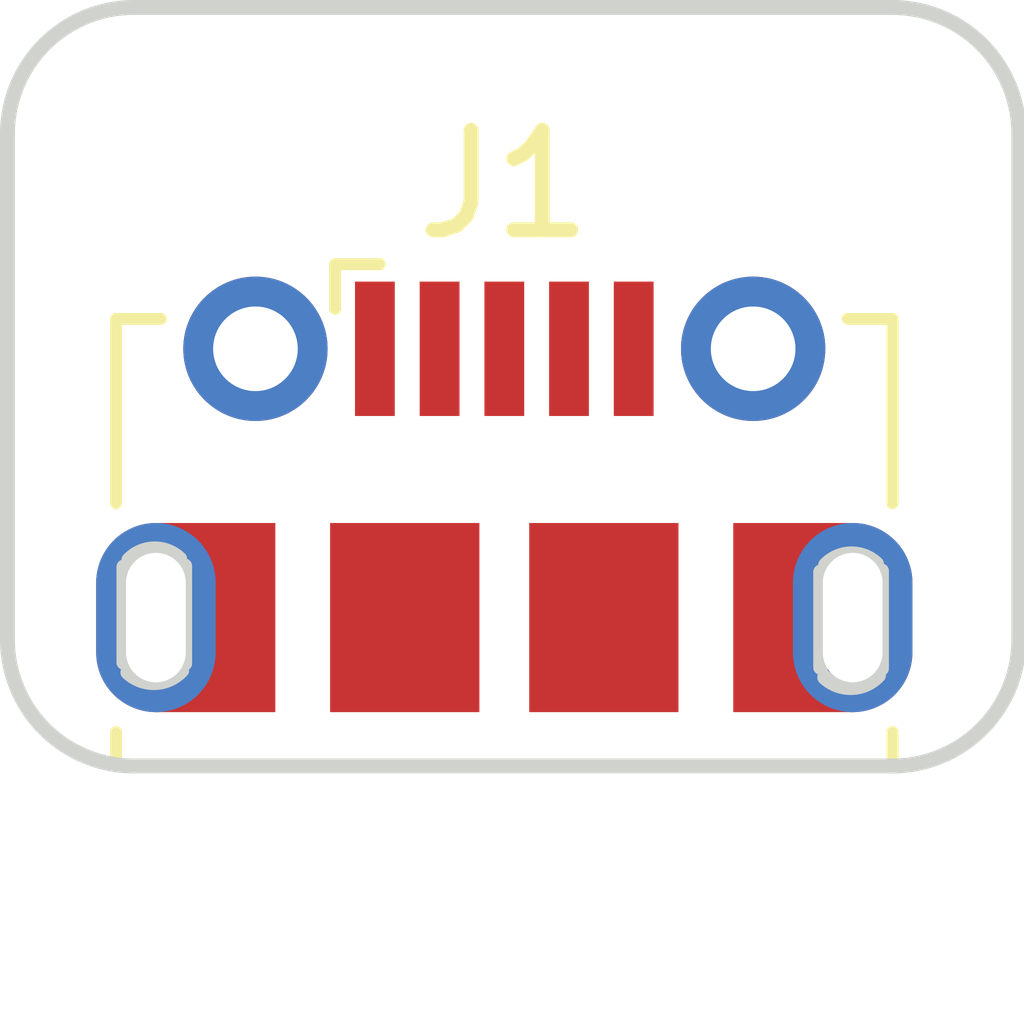
<source format=kicad_pcb>
(kicad_pcb (version 4) (host pcbnew 4.0.7)

  (general
    (links 7)
    (no_connects 5)
    (area 143.434999 98.984999 153.745001 109.364)
    (thickness 1.6)
    (drawings 16)
    (tracks 0)
    (zones 0)
    (modules 1)
    (nets 3)
  )

  (page A4)
  (layers
    (0 F.Cu signal)
    (31 B.Cu signal)
    (32 B.Adhes user)
    (33 F.Adhes user)
    (34 B.Paste user)
    (35 F.Paste user)
    (36 B.SilkS user)
    (37 F.SilkS user)
    (38 B.Mask user)
    (39 F.Mask user)
    (40 Dwgs.User user)
    (41 Cmts.User user)
    (42 Eco1.User user)
    (43 Eco2.User user)
    (44 Edge.Cuts user)
    (45 Margin user)
    (46 B.CrtYd user)
    (47 F.CrtYd user)
    (48 B.Fab user)
    (49 F.Fab user)
  )

  (setup
    (last_trace_width 0.25)
    (trace_clearance 0.2)
    (zone_clearance 0.508)
    (zone_45_only no)
    (trace_min 0.2)
    (segment_width 0.2)
    (edge_width 0.15)
    (via_size 0.6)
    (via_drill 0.4)
    (via_min_size 0.4)
    (via_min_drill 0.3)
    (uvia_size 0.3)
    (uvia_drill 0.1)
    (uvias_allowed no)
    (uvia_min_size 0.2)
    (uvia_min_drill 0.1)
    (pcb_text_width 0.3)
    (pcb_text_size 1.5 1.5)
    (mod_edge_width 0.15)
    (mod_text_size 1 1)
    (mod_text_width 0.15)
    (pad_size 1.524 1.524)
    (pad_drill 0.762)
    (pad_to_mask_clearance 0.2)
    (aux_axis_origin 0 0)
    (visible_elements FFFFFF7F)
    (pcbplotparams
      (layerselection 0x00030_80000001)
      (usegerberextensions false)
      (excludeedgelayer true)
      (linewidth 0.100000)
      (plotframeref false)
      (viasonmask false)
      (mode 1)
      (useauxorigin false)
      (hpglpennumber 1)
      (hpglpenspeed 20)
      (hpglpendiameter 15)
      (hpglpenoverlay 2)
      (psnegative false)
      (psa4output false)
      (plotreference true)
      (plotvalue true)
      (plotinvisibletext false)
      (padsonsilk false)
      (subtractmaskfromsilk false)
      (outputformat 1)
      (mirror false)
      (drillshape 1)
      (scaleselection 1)
      (outputdirectory ""))
  )

  (net 0 "")
  (net 1 "Net-(J1-Pad6)")
  (net 2 GND)

  (net_class Default "This is the default net class."
    (clearance 0.2)
    (trace_width 0.25)
    (via_dia 0.6)
    (via_drill 0.4)
    (uvia_dia 0.3)
    (uvia_drill 0.1)
    (add_net GND)
    (add_net "Net-(J1-Pad6)")
  )

  (module Connectors_USB:USB_Micro-B_Molex-105017-0001 (layer F.Cu) (tedit 598B308E) (tstamp 5A9DFA0F)
    (at 148.5011 104.839)
    (descr http://www.molex.com/pdm_docs/sd/1050170001_sd.pdf)
    (tags "Micro-USB SMD Typ-B")
    (path /5A9DF9AD)
    (attr smd)
    (fp_text reference J1 (at 0 -4) (layer F.SilkS)
      (effects (font (size 1 1) (thickness 0.15)))
    )
    (fp_text value USB_OTG (at 0.3 3.45) (layer F.Fab)
      (effects (font (size 1 1) (thickness 0.15)))
    )
    (fp_line (start -4.4 2.75) (end 4.4 2.75) (layer F.CrtYd) (width 0.05))
    (fp_line (start 4.4 -3.35) (end 4.4 2.75) (layer F.CrtYd) (width 0.05))
    (fp_line (start -4.4 -3.35) (end 4.4 -3.35) (layer F.CrtYd) (width 0.05))
    (fp_line (start -4.4 2.75) (end -4.4 -3.35) (layer F.CrtYd) (width 0.05))
    (fp_text user "PCB Edge" (at 0 1.8) (layer Dwgs.User)
      (effects (font (size 0.5 0.5) (thickness 0.08)))
    )
    (fp_line (start -3.9 -2.65) (end -3.45 -2.65) (layer F.SilkS) (width 0.12))
    (fp_line (start -3.9 -0.8) (end -3.9 -2.65) (layer F.SilkS) (width 0.12))
    (fp_line (start 3.9 1.75) (end 3.9 1.5) (layer F.SilkS) (width 0.12))
    (fp_line (start 3.75 2.5) (end 3.75 -2.5) (layer F.Fab) (width 0.1))
    (fp_line (start -3 1.801704) (end 3 1.801704) (layer F.Fab) (width 0.1))
    (fp_line (start -3.75 2.501704) (end 3.75 2.501704) (layer F.Fab) (width 0.1))
    (fp_line (start -3.75 -2.5) (end 3.75 -2.5) (layer F.Fab) (width 0.1))
    (fp_line (start -3.75 2.5) (end -3.75 -2.5) (layer F.Fab) (width 0.1))
    (fp_line (start -3.9 1.75) (end -3.9 1.5) (layer F.SilkS) (width 0.12))
    (fp_line (start 3.9 -0.8) (end 3.9 -2.65) (layer F.SilkS) (width 0.12))
    (fp_line (start 3.9 -2.65) (end 3.45 -2.65) (layer F.SilkS) (width 0.12))
    (fp_text user %R (at 0 0) (layer F.Fab)
      (effects (font (size 1 1) (thickness 0.15)))
    )
    (fp_line (start -1.7 -3.2) (end -1.25 -3.2) (layer F.SilkS) (width 0.12))
    (fp_line (start -1.7 -3.2) (end -1.7 -2.75) (layer F.SilkS) (width 0.12))
    (fp_line (start -1.3 -2.6) (end -1.5 -2.8) (layer F.Fab) (width 0.1))
    (fp_line (start -1.1 -2.8) (end -1.3 -2.6) (layer F.Fab) (width 0.1))
    (fp_line (start -1.5 -3.01) (end -1.1 -3.01) (layer F.Fab) (width 0.1))
    (fp_line (start -1.5 -3.01) (end -1.5 -2.8) (layer F.Fab) (width 0.1))
    (fp_line (start -1.1 -3.01) (end -1.1 -2.8) (layer F.Fab) (width 0.1))
    (pad 6 smd rect (at 1 0.35) (size 1.5 1.9) (layers F.Cu F.Paste F.Mask)
      (net 1 "Net-(J1-Pad6)"))
    (pad 6 thru_hole circle (at -2.5 -2.35) (size 1.45 1.45) (drill 0.85) (layers *.Cu *.Mask)
      (net 1 "Net-(J1-Pad6)"))
    (pad 2 smd rect (at -0.65 -2.35) (size 0.4 1.35) (layers F.Cu F.Paste F.Mask))
    (pad 1 smd rect (at -1.3 -2.35) (size 0.4 1.35) (layers F.Cu F.Paste F.Mask))
    (pad 5 smd rect (at 1.3 -2.35) (size 0.4 1.35) (layers F.Cu F.Paste F.Mask)
      (net 2 GND))
    (pad 4 smd rect (at 0.65 -2.35) (size 0.4 1.35) (layers F.Cu F.Paste F.Mask))
    (pad 3 smd rect (at 0 -2.35) (size 0.4 1.35) (layers F.Cu F.Paste F.Mask))
    (pad 6 thru_hole circle (at 2.5 -2.35) (size 1.45 1.45) (drill 0.85) (layers *.Cu *.Mask)
      (net 1 "Net-(J1-Pad6)"))
    (pad 6 smd rect (at -1 0.35) (size 1.5 1.9) (layers F.Cu F.Paste F.Mask)
      (net 1 "Net-(J1-Pad6)"))
    (pad 6 thru_hole oval (at -3.5 0.35 180) (size 1.2 1.9) (drill oval 0.6 1.3) (layers *.Cu *.Mask)
      (net 1 "Net-(J1-Pad6)"))
    (pad 6 thru_hole oval (at 3.5 0.35) (size 1.2 1.9) (drill oval 0.6 1.3) (layers *.Cu *.Mask)
      (net 1 "Net-(J1-Pad6)"))
    (pad 6 smd rect (at 2.9 0.35) (size 1.2 1.9) (layers F.Cu F.Mask)
      (net 1 "Net-(J1-Pad6)"))
    (pad 6 smd rect (at -2.9 0.35) (size 1.2 1.9) (layers F.Cu F.Mask)
      (net 1 "Net-(J1-Pad6)"))
    (model /home/rob/usb-example/Molex_Mirco_USB_105017-0001.wrl
      (at (xyz 0 0.09 -0.03))
      (scale (xyz 1 1 1))
      (rotate (xyz 0 0 0))
    )
  )

  (gr_line (start 151.68 104.73) (end 151.68 105.69) (angle 90) (layer Edge.Cuts) (width 0.15) (tstamp 5A9F3E0D))
  (gr_arc (start 151.99 104.91) (end 151.73 104.66) (angle 90) (layer Edge.Cuts) (width 0.15) (tstamp 5A9F3E0C))
  (gr_arc (start 151.98 105.51) (end 152.26 105.77) (angle 90) (layer Edge.Cuts) (width 0.15) (tstamp 5A9F3E0B))
  (gr_line (start 152.29 104.72) (end 152.29 105.7) (angle 90) (layer Edge.Cuts) (width 0.15) (tstamp 5A9F3E0A))
  (gr_line (start 145.29 104.67) (end 145.29 105.65) (angle 90) (layer Edge.Cuts) (width 0.15))
  (gr_arc (start 144.98 105.46) (end 145.26 105.72) (angle 90) (layer Edge.Cuts) (width 0.15))
  (gr_arc (start 144.99 104.86) (end 144.73 104.61) (angle 90) (layer Edge.Cuts) (width 0.15))
  (gr_line (start 144.68 104.68) (end 144.68 105.64) (angle 90) (layer Edge.Cuts) (width 0.15))
  (gr_arc (start 144.78 105.41) (end 144.78 106.68) (angle 90) (layer Edge.Cuts) (width 0.15))
  (gr_arc (start 152.4 105.41) (end 153.67 105.41) (angle 90) (layer Edge.Cuts) (width 0.15))
  (gr_arc (start 152.4 100.33) (end 152.4 99.06) (angle 90) (layer Edge.Cuts) (width 0.15))
  (gr_arc (start 144.78 100.33) (end 143.51 100.33) (angle 90) (layer Edge.Cuts) (width 0.15))
  (gr_line (start 144.78 106.68) (end 152.4 106.68) (layer Edge.Cuts) (width 0.15))
  (gr_line (start 153.67 100.33) (end 153.67 105.41) (layer Edge.Cuts) (width 0.15))
  (gr_line (start 144.78 99.06) (end 152.4 99.06) (layer Edge.Cuts) (width 0.15))
  (gr_line (start 143.51 100.33) (end 143.51 105.41) (layer Edge.Cuts) (width 0.15))

  (zone (net 2) (net_name GND) (layer F.Cu) (tstamp 0) (hatch edge 0.508)
    (connect_pads (clearance 0.508))
    (min_thickness 0.254)
    (fill yes (arc_segments 16) (thermal_gap 0.508) (thermal_bridge_width 0.508))
    (polygon
      (pts
        (xy 143.51 99.06) (xy 153.67 99.06) (xy 153.67 106.68) (xy 143.51 106.68)
      )
    )
  )
  (zone (net 2) (net_name GND) (layer B.Cu) (tstamp 0) (hatch edge 0.508)
    (connect_pads (clearance 0.508))
    (min_thickness 0.254)
    (fill yes (arc_segments 16) (thermal_gap 0.508) (thermal_bridge_width 0.508))
    (polygon
      (pts
        (xy 143.51 99.06) (xy 153.67 99.06) (xy 153.67 106.68) (xy 143.51 106.68)
      )
    )
  )
)

</source>
